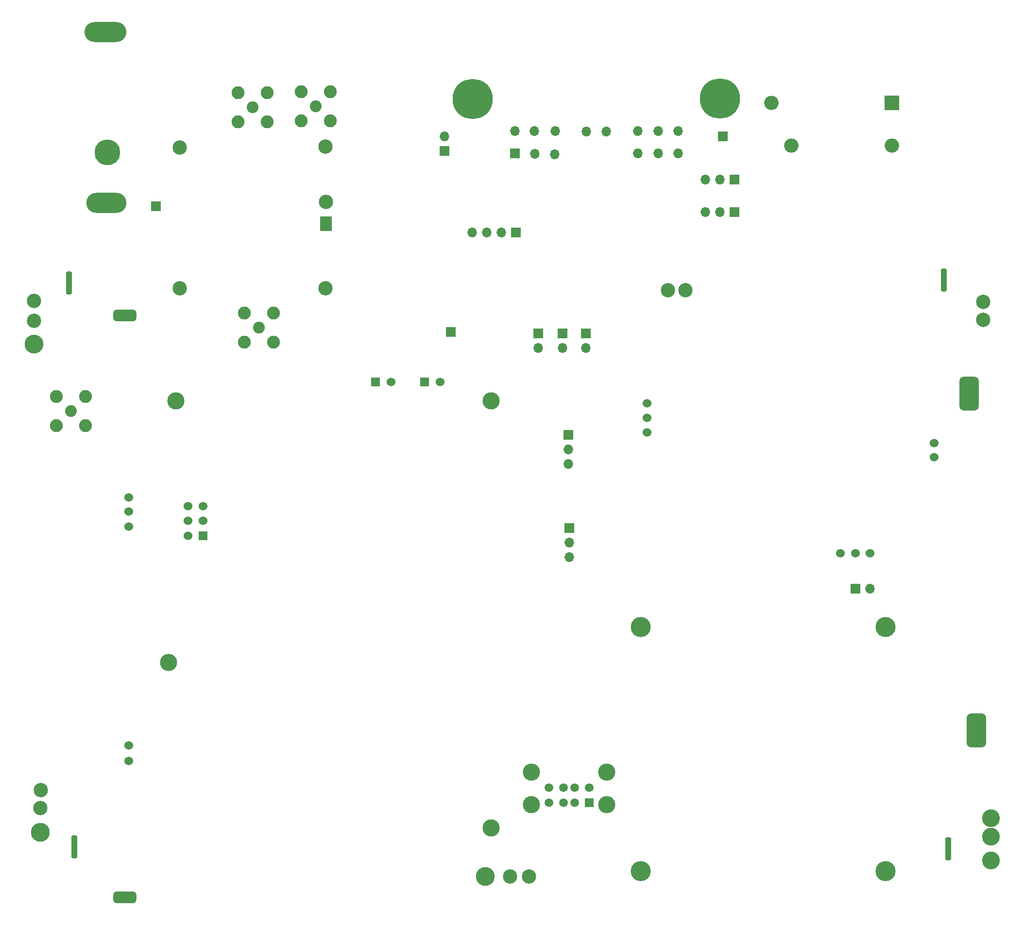
<source format=gbs>
G04 #@! TF.GenerationSoftware,KiCad,Pcbnew,(6.0.1)*
G04 #@! TF.CreationDate,2022-05-02T18:59:31-07:00*
G04 #@! TF.ProjectId,Motherboard,4d6f7468-6572-4626-9f61-72642e6b6963,rev?*
G04 #@! TF.SameCoordinates,Original*
G04 #@! TF.FileFunction,Soldermask,Bot*
G04 #@! TF.FilePolarity,Negative*
%FSLAX46Y46*%
G04 Gerber Fmt 4.6, Leading zero omitted, Abs format (unit mm)*
G04 Created by KiCad (PCBNEW (6.0.1)) date 2022-05-02 18:59:31*
%MOMM*%
%LPD*%
G01*
G04 APERTURE LIST*
G04 Aperture macros list*
%AMRoundRect*
0 Rectangle with rounded corners*
0 $1 Rounding radius*
0 $2 $3 $4 $5 $6 $7 $8 $9 X,Y pos of 4 corners*
0 Add a 4 corners polygon primitive as box body*
4,1,4,$2,$3,$4,$5,$6,$7,$8,$9,$2,$3,0*
0 Add four circle primitives for the rounded corners*
1,1,$1+$1,$2,$3*
1,1,$1+$1,$4,$5*
1,1,$1+$1,$6,$7*
1,1,$1+$1,$8,$9*
0 Add four rect primitives between the rounded corners*
20,1,$1+$1,$2,$3,$4,$5,0*
20,1,$1+$1,$4,$5,$6,$7,0*
20,1,$1+$1,$6,$7,$8,$9,0*
20,1,$1+$1,$8,$9,$2,$3,0*%
G04 Aperture macros list end*
%ADD10C,1.524000*%
%ADD11C,3.000000*%
%ADD12R,1.524000X1.524000*%
%ADD13C,2.500000*%
%ADD14RoundRect,0.850000X-0.850000X-2.150000X0.850000X-2.150000X0.850000X2.150000X-0.850000X2.150000X0*%
%ADD15C,3.300000*%
%ADD16C,3.100000*%
%ADD17RoundRect,0.850000X0.850000X2.150000X-0.850000X2.150000X-0.850000X-2.150000X0.850000X-2.150000X0*%
%ADD18R,1.700000X1.700000*%
%ADD19O,1.700000X1.700000*%
%ADD20C,7.000000*%
%ADD21C,2.050000*%
%ADD22C,2.250000*%
%ADD23R,2.500000X2.500000*%
%ADD24O,2.500000X2.500000*%
%ADD25RoundRect,0.500000X1.500000X-0.500000X1.500000X0.500000X-1.500000X0.500000X-1.500000X-0.500000X0*%
%ADD26O,7.000000X3.500000*%
%ADD27O,7.300000X3.500000*%
%ADD28C,4.500000*%
%ADD29RoundRect,0.250000X-0.250000X-1.750000X0.250000X-1.750000X0.250000X1.750000X-0.250000X1.750000X0*%
%ADD30R,1.500000X1.500000*%
%ADD31C,1.500000*%
%ADD32C,3.500000*%
%ADD33R,2.000000X2.500000*%
G04 APERTURE END LIST*
D10*
X234745000Y-117755000D03*
X234745000Y-120355000D03*
X268495000Y-143955000D03*
X284845000Y-124705000D03*
X234745000Y-122855000D03*
X271095000Y-143955000D03*
X273595000Y-143955000D03*
X284845000Y-127205000D03*
D11*
X152650000Y-117355000D03*
X207550000Y-117355000D03*
X151350000Y-162955000D03*
X207550000Y-191855000D03*
D10*
X154750000Y-138255000D03*
X154750000Y-140855000D03*
X154750000Y-135755000D03*
X157350000Y-138255000D03*
D12*
X157350000Y-140855000D03*
D10*
X157350000Y-135755000D03*
X190110000Y-114055000D03*
D12*
X187410000Y-114055000D03*
D10*
X198710000Y-114055000D03*
D12*
X196010000Y-114055000D03*
D13*
X127895000Y-99950000D03*
D14*
X290895000Y-116050000D03*
D13*
X293395000Y-103250000D03*
X238395000Y-98050000D03*
X127895000Y-103350000D03*
X241495000Y-98063948D03*
D15*
X127895000Y-107450000D03*
D13*
X293395000Y-100050000D03*
D16*
X294700000Y-197550000D03*
D13*
X129000000Y-188350000D03*
D17*
X292200000Y-174850000D03*
D13*
X210900000Y-200350000D03*
X129100000Y-185250000D03*
D15*
X206600000Y-200350000D03*
X129000000Y-192650000D03*
D13*
X214204026Y-200350000D03*
D16*
X294700000Y-193350000D03*
X294700000Y-190150000D03*
D18*
X211700000Y-74167500D03*
D19*
X211700000Y-70287500D03*
X215250000Y-74237500D03*
X215150000Y-70287500D03*
X218700000Y-74337500D03*
X218750000Y-70287500D03*
X224200000Y-70337500D03*
X227700000Y-70387500D03*
X233200000Y-74137500D03*
X233200000Y-70237500D03*
X236700000Y-74137500D03*
X236700000Y-70237500D03*
X240200000Y-74187500D03*
X240200000Y-70237500D03*
D20*
X247450000Y-64637500D03*
X204400000Y-64687500D03*
D18*
X200600000Y-105300000D03*
D21*
X177000000Y-66000000D03*
D22*
X174460000Y-63460000D03*
X179540000Y-63460000D03*
X179540000Y-68540000D03*
X174460000Y-68540000D03*
D23*
X277407500Y-65342500D03*
D24*
X256407500Y-65342500D03*
X259907500Y-72842500D03*
X277407500Y-72842500D03*
D18*
X224075000Y-105600000D03*
D19*
X224075000Y-108140000D03*
D25*
X143755000Y-102450000D03*
X143755000Y-203950000D03*
D10*
X144455000Y-136680000D03*
X144455000Y-139280000D03*
X144455000Y-134180000D03*
X144455000Y-177450000D03*
X144455000Y-180150000D03*
D26*
X140567500Y-82800000D03*
D27*
X140367500Y-53000000D03*
D28*
X140667500Y-74000000D03*
D21*
X134366000Y-119126000D03*
D22*
X131826000Y-116586000D03*
X136906000Y-116586000D03*
X131826000Y-121666000D03*
X136906000Y-121666000D03*
D18*
X221050000Y-123250000D03*
D19*
X221050000Y-125790000D03*
X221050000Y-128330000D03*
D18*
X215775000Y-105600000D03*
D19*
X215775000Y-108140000D03*
D18*
X250000000Y-78750000D03*
D19*
X247460000Y-78750000D03*
X244920000Y-78750000D03*
D29*
X287250000Y-195500000D03*
D18*
X248000000Y-71250000D03*
D30*
X224670000Y-187450000D03*
D31*
X222170000Y-187450000D03*
X220170000Y-187450000D03*
X217670000Y-187450000D03*
X224670000Y-184830000D03*
X222170000Y-184830000D03*
X220170000Y-184830000D03*
X217670000Y-184830000D03*
D11*
X214600000Y-182120000D03*
X214600000Y-187800000D03*
X227740000Y-187800000D03*
X227740000Y-182120000D03*
D18*
X149200000Y-83400000D03*
D32*
X276300000Y-156800000D03*
D29*
X134950000Y-195200000D03*
D18*
X220075000Y-105600000D03*
D19*
X220075000Y-108140000D03*
D18*
X221225000Y-139575000D03*
D19*
X221225000Y-142115000D03*
X221225000Y-144655000D03*
D18*
X250000000Y-84400000D03*
D19*
X247460000Y-84400000D03*
X244920000Y-84400000D03*
D29*
X286500000Y-96250000D03*
D32*
X276300000Y-199400000D03*
D18*
X211900000Y-88000000D03*
D19*
X209360000Y-88000000D03*
X206820000Y-88000000D03*
X204280000Y-88000000D03*
D29*
X134050000Y-96750000D03*
D18*
X199475000Y-73750000D03*
D19*
X199475000Y-71210000D03*
D32*
X233700000Y-156800000D03*
D18*
X271100000Y-150125000D03*
D19*
X273640000Y-150125000D03*
D13*
X178732000Y-97729000D03*
X153332000Y-73129000D03*
X178732000Y-73029000D03*
X153332000Y-97729000D03*
D33*
X178832000Y-86429000D03*
D13*
X178832000Y-82629000D03*
D21*
X166032000Y-66129000D03*
D22*
X163492000Y-68669000D03*
X163492000Y-63589000D03*
X168572000Y-63589000D03*
X168572000Y-68669000D03*
D21*
X167132000Y-104559000D03*
D22*
X169672000Y-102019000D03*
X169672000Y-107099000D03*
X164592000Y-102019000D03*
X164592000Y-107099000D03*
D32*
X233700000Y-199400000D03*
M02*

</source>
